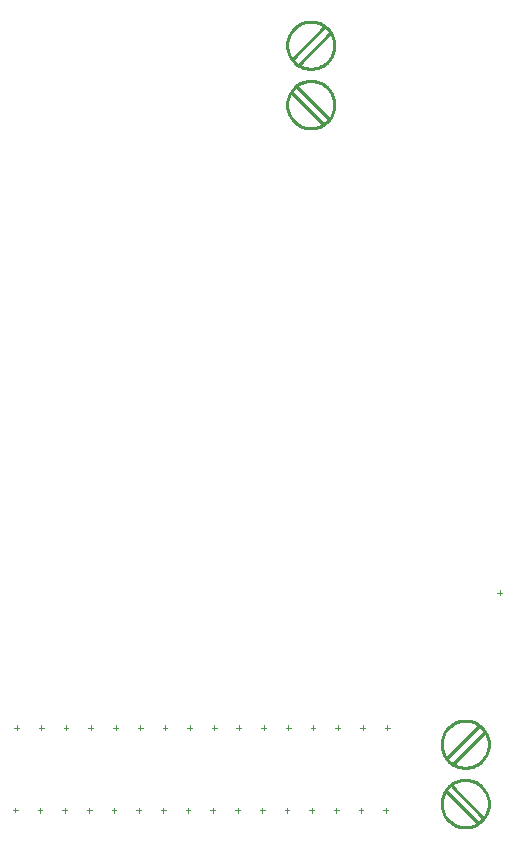
<source format=gm1>
%FSDAX24Y24*%
%MOIN*%
%SFA1B1*%

%IPPOS*%
%ADD26C,0.010000*%
%ADD38C,0.003900*%
%LNde-260124-1*%
%LPD*%
G54D26*
X030437Y014516D02*
D01*
X030435Y014570*
X030429Y014625*
X030419Y014679*
X030406Y014732*
X030389Y014785*
X030368Y014836*
X030344Y014885*
X030317Y014933*
X030286Y014978*
X030252Y015021*
X030216Y015062*
X030176Y015100*
X030134Y015136*
X030090Y015168*
X030043Y015197*
X029994Y015223*
X029944Y015245*
X029893Y015264*
X029840Y015279*
X029786Y015291*
X029732Y015298*
X029677Y015302*
X029622*
X029567Y015298*
X029513Y015291*
X029459Y015279*
X029406Y015264*
X029355Y015245*
X029305Y015223*
X029256Y015197*
X029209Y015168*
X029165Y015136*
X029123Y015100*
X029083Y015062*
X029047Y015021*
X029013Y014978*
X028982Y014933*
X028955Y014885*
X028931Y014836*
X028910Y014785*
X028893Y014732*
X028880Y014679*
X028870Y014625*
X028864Y014570*
X028863Y014516*
X028864Y014461*
X028870Y014406*
X028880Y014352*
X028893Y014299*
X028910Y014246*
X028931Y014195*
X028955Y014146*
X028982Y014098*
X029013Y014053*
X029047Y014010*
X029083Y013969*
X029123Y013931*
X029165Y013895*
X029209Y013863*
X029256Y013834*
X029305Y013808*
X029355Y013786*
X029406Y013767*
X029459Y013752*
X029513Y013740*
X029567Y013733*
X029622Y013729*
X029677*
X029732Y013733*
X029786Y013740*
X029840Y013752*
X029893Y013767*
X029944Y013786*
X029994Y013808*
X030043Y013834*
X030090Y013863*
X030134Y013895*
X030176Y013931*
X030216Y013969*
X030252Y014010*
X030286Y014053*
X030317Y014098*
X030344Y014146*
X030368Y014195*
X030389Y014246*
X030406Y014299*
X030419Y014352*
X030429Y014406*
X030435Y014461*
X030437Y014516*
Y016500D02*
D01*
X030435Y016554*
X030429Y016609*
X030419Y016663*
X030406Y016716*
X030389Y016769*
X030368Y016820*
X030344Y016869*
X030317Y016917*
X030286Y016962*
X030252Y017005*
X030216Y017046*
X030176Y017084*
X030134Y017120*
X030090Y017152*
X030043Y017181*
X029994Y017207*
X029944Y017229*
X029893Y017248*
X029840Y017263*
X029786Y017275*
X029732Y017282*
X029677Y017286*
X029622*
X029567Y017282*
X029513Y017275*
X029459Y017263*
X029406Y017248*
X029355Y017229*
X029305Y017207*
X029256Y017181*
X029209Y017152*
X029165Y017120*
X029123Y017084*
X029083Y017046*
X029047Y017005*
X029013Y016962*
X028982Y016917*
X028955Y016869*
X028931Y016820*
X028910Y016769*
X028893Y016716*
X028880Y016663*
X028870Y016609*
X028864Y016554*
X028863Y016500*
X028864Y016445*
X028870Y016390*
X028880Y016336*
X028893Y016283*
X028910Y016230*
X028931Y016179*
X028955Y016130*
X028982Y016082*
X029013Y016037*
X029047Y015994*
X029083Y015953*
X029123Y015915*
X029165Y015879*
X029209Y015847*
X029256Y015818*
X029305Y015792*
X029355Y015770*
X029406Y015751*
X029459Y015736*
X029513Y015724*
X029567Y015717*
X029622Y015713*
X029677*
X029732Y015717*
X029786Y015724*
X029840Y015736*
X029893Y015751*
X029944Y015770*
X029994Y015792*
X030043Y015818*
X030090Y015847*
X030134Y015879*
X030176Y015915*
X030216Y015953*
X030252Y015994*
X030286Y016037*
X030317Y016082*
X030344Y016130*
X030368Y016179*
X030389Y016230*
X030406Y016283*
X030419Y016336*
X030429Y016390*
X030435Y016445*
X030437Y016500*
X025287Y037816D02*
D01*
X025285Y037870*
X025279Y037925*
X025269Y037979*
X025256Y038032*
X025239Y038085*
X025218Y038136*
X025194Y038185*
X025167Y038233*
X025136Y038278*
X025102Y038321*
X025066Y038362*
X025026Y038400*
X024984Y038436*
X024940Y038468*
X024893Y038497*
X024844Y038523*
X024794Y038545*
X024743Y038564*
X024690Y038579*
X024636Y038591*
X024582Y038598*
X024527Y038602*
X024472*
X024417Y038598*
X024363Y038591*
X024309Y038579*
X024256Y038564*
X024205Y038545*
X024155Y038523*
X024106Y038497*
X024059Y038468*
X024015Y038436*
X023973Y038400*
X023933Y038362*
X023897Y038321*
X023863Y038278*
X023832Y038233*
X023805Y038185*
X023781Y038136*
X023760Y038085*
X023743Y038032*
X023730Y037979*
X023720Y037925*
X023714Y037870*
X023713Y037816*
X023714Y037761*
X023720Y037706*
X023730Y037652*
X023743Y037599*
X023760Y037546*
X023781Y037495*
X023805Y037446*
X023832Y037398*
X023863Y037353*
X023897Y037310*
X023933Y037269*
X023973Y037231*
X024015Y037195*
X024059Y037163*
X024106Y037134*
X024155Y037108*
X024205Y037086*
X024256Y037067*
X024309Y037052*
X024363Y037040*
X024417Y037033*
X024472Y037029*
X024527*
X024582Y037033*
X024636Y037040*
X024690Y037052*
X024743Y037067*
X024794Y037086*
X024844Y037108*
X024893Y037134*
X024940Y037163*
X024984Y037195*
X025026Y037231*
X025066Y037269*
X025102Y037310*
X025136Y037353*
X025167Y037398*
X025194Y037446*
X025218Y037495*
X025239Y037546*
X025256Y037599*
X025269Y037652*
X025279Y037706*
X025285Y037761*
X025287Y037816*
Y039800D02*
D01*
X025285Y039854*
X025279Y039909*
X025269Y039963*
X025256Y040016*
X025239Y040069*
X025218Y040120*
X025194Y040169*
X025167Y040217*
X025136Y040262*
X025102Y040305*
X025066Y040346*
X025026Y040384*
X024984Y040420*
X024940Y040452*
X024893Y040481*
X024844Y040507*
X024794Y040529*
X024743Y040548*
X024690Y040563*
X024636Y040575*
X024582Y040582*
X024527Y040586*
X024472*
X024417Y040582*
X024363Y040575*
X024309Y040563*
X024256Y040548*
X024205Y040529*
X024155Y040507*
X024106Y040481*
X024059Y040452*
X024015Y040420*
X023973Y040384*
X023933Y040346*
X023897Y040305*
X023863Y040262*
X023832Y040217*
X023805Y040169*
X023781Y040120*
X023760Y040069*
X023743Y040016*
X023730Y039963*
X023720Y039909*
X023714Y039854*
X023713Y039800*
X023714Y039745*
X023720Y039690*
X023730Y039636*
X023743Y039583*
X023760Y039530*
X023781Y039479*
X023805Y039430*
X023832Y039382*
X023863Y039337*
X023897Y039294*
X023933Y039253*
X023973Y039215*
X024015Y039179*
X024059Y039147*
X024106Y039118*
X024155Y039092*
X024205Y039070*
X024256Y039051*
X024309Y039036*
X024363Y039024*
X024417Y039017*
X024472Y039013*
X024527*
X024582Y039017*
X024636Y039024*
X024690Y039036*
X024743Y039051*
X024794Y039070*
X024844Y039092*
X024893Y039118*
X024940Y039147*
X024984Y039179*
X025026Y039215*
X025066Y039253*
X025102Y039294*
X025136Y039337*
X025167Y039382*
X025194Y039430*
X025218Y039479*
X025239Y039530*
X025256Y039583*
X025269Y039636*
X025279Y039690*
X025285Y039745*
X025287Y039800*
X029250Y015850D02*
X030300Y016900D01*
X029000Y016050D02*
X029050D01*
X030100Y017100*
X029000Y014950D02*
X030075Y013875D01*
X029200Y015100D02*
X030250Y014050D01*
X024100Y039150D02*
X025150Y040200D01*
X023850Y039350D02*
X023900D01*
X024950Y040400*
X023850Y038250D02*
X024925Y037175D01*
X024050Y038400D02*
X025100Y037350D01*
G54D38*
X014621Y017050D02*
X014779D01*
X014700Y016971D02*
Y017129D01*
X015445Y017050D02*
X015602D01*
X015523Y016971D02*
Y017129D01*
X016268Y017050D02*
X016425D01*
X016347Y016971D02*
Y017129D01*
X017091Y017050D02*
X017249D01*
X017170Y016971D02*
Y017129D01*
X017915Y017050D02*
X018072D01*
X017993Y016971D02*
Y017129D01*
X018738Y017050D02*
X018895D01*
X018817Y016971D02*
Y017129D01*
X019561Y017050D02*
X019719D01*
X019640Y016971D02*
Y017129D01*
X020385Y017050D02*
X020542D01*
X020463Y016971D02*
Y017129D01*
X021208Y017050D02*
X021365D01*
X021287Y016971D02*
Y017129D01*
X022021Y017050D02*
X022179D01*
X022100Y016971D02*
Y017129D01*
X022855Y017050D02*
X023012D01*
X022933Y016971D02*
Y017129D01*
X023678Y017050D02*
X023835D01*
X023757Y016971D02*
Y017129D01*
X024501Y017050D02*
X024659D01*
X024580Y016971D02*
Y017129D01*
X025325Y017050D02*
X025482D01*
X025403Y016971D02*
Y017129D01*
X026148Y017050D02*
X026305D01*
X026227Y016971D02*
Y017129D01*
X026971Y017050D02*
X027129D01*
X027050Y016971D02*
Y017129D01*
X026921Y014300D02*
X027079D01*
X027000Y014221D02*
Y014379D01*
X026098Y014300D02*
X026255D01*
X026177Y014221D02*
Y014379D01*
X025275Y014300D02*
X025432D01*
X025353Y014221D02*
Y014379D01*
X024451Y014300D02*
X024609D01*
X024530Y014221D02*
Y014379D01*
X023628Y014300D02*
X023785D01*
X023707Y014221D02*
Y014379D01*
X022805Y014300D02*
X022962D01*
X022883Y014221D02*
Y014379D01*
X021981Y014300D02*
X022139D01*
X022060Y014221D02*
Y014379D01*
X021158Y014300D02*
X021315D01*
X021237Y014221D02*
Y014379D01*
X020335Y014300D02*
X020492D01*
X020413Y014221D02*
Y014379D01*
X019511Y014300D02*
X019669D01*
X019590Y014221D02*
Y014379D01*
X018688Y014300D02*
X018845D01*
X018767Y014221D02*
Y014379D01*
X017865Y014300D02*
X018022D01*
X017943Y014221D02*
Y014379D01*
X030721Y021550D02*
X030879D01*
X030800Y021471D02*
Y021629D01*
X017041Y014300D02*
X017199D01*
X017120Y014221D02*
Y014379D01*
X016218Y014300D02*
X016375D01*
X016297Y014221D02*
Y014379D01*
X015395Y014300D02*
X015552D01*
X015473Y014221D02*
Y014379D01*
X014571Y014305D02*
X014729D01*
X014650Y014226D02*
Y014383D01*
M02*
</source>
